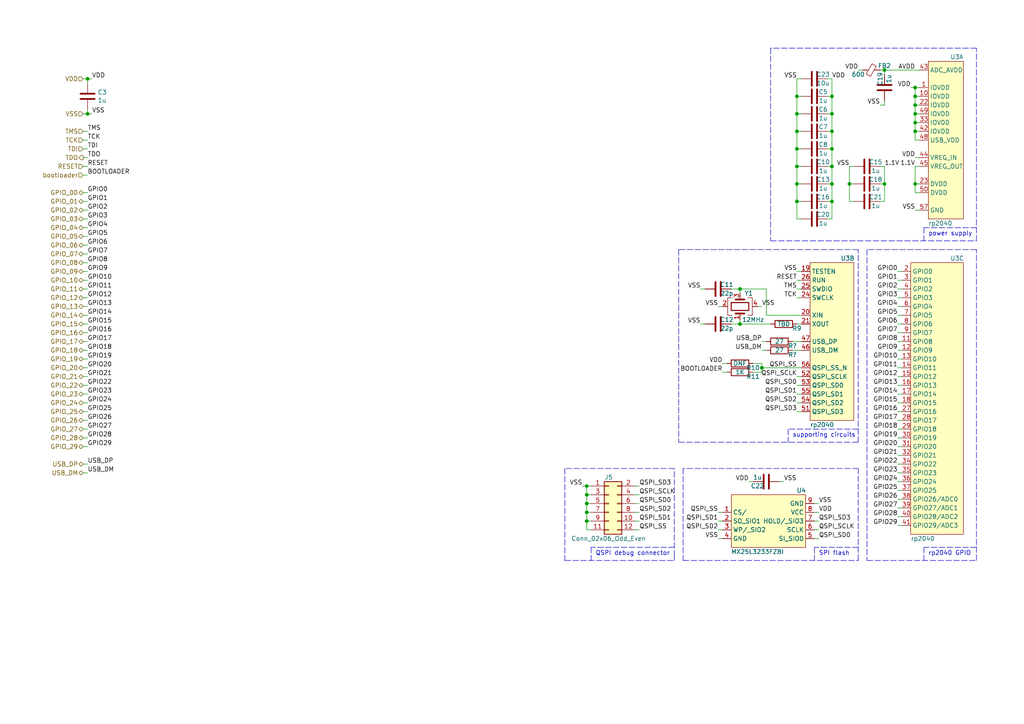
<source format=kicad_sch>
(kicad_sch (version 20211123) (generator eeschema)
  (paper "A4")
  (lib_symbols
    (symbol "Connector_Generic:Conn_02x06_Odd_Even" (pin_names (offset 1.016) hide)
      (property "Reference" "J" (at 1.27 7.62 0))
      (property "Value" "Conn_02x06_Odd_Even" (at 1.27 -10.16 0))
      (symbol "Conn_02x06_Odd_Even_1_1"
        (rectangle (start -1.27 -7.493) (end 0 -7.747) (stroke (width 0.1524)))
        (rectangle (start -1.27 -4.953) (end 0 -5.207) (stroke (width 0.1524)))
        (rectangle (start -1.27 -2.413) (end 0 -2.667) (stroke (width 0.1524)))
        (rectangle (start -1.27 0.127) (end 0 -0.127) (stroke (width 0.1524)))
        (rectangle (start -1.27 2.667) (end 0 2.413) (stroke (width 0.1524)))
        (rectangle (start -1.27 5.207) (end 0 4.953) (stroke (width 0.1524)))
        (rectangle (start -1.27 6.35) (end 3.81 -8.89) (stroke (width 0.254)) (fill (type background)))
        (rectangle (start 3.81 -7.493) (end 2.54 -7.747) (stroke (width 0.1524)))
        (rectangle (start 3.81 -4.953) (end 2.54 -5.207) (stroke (width 0.1524)))
        (rectangle (start 3.81 -2.413) (end 2.54 -2.667) (stroke (width 0.1524)))
        (rectangle (start 3.81 0.127) (end 2.54 -0.127) (stroke (width 0.1524)))
        (rectangle (start 3.81 2.667) (end 2.54 2.413) (stroke (width 0.1524)))
        (rectangle (start 3.81 5.207) (end 2.54 4.953) (stroke (width 0.1524)))
        (pin passive line (at -5.08 5.08 0) (length 3.81) (name "Pin_1") (number "1"))
        (pin passive line (at 7.62 -5.08 180) (length 3.81) (name "Pin_10") (number "10"))
        (pin passive line (at -5.08 -7.62 0) (length 3.81) (name "Pin_11") (number "11"))
        (pin passive line (at 7.62 -7.62 180) (length 3.81) (name "Pin_12") (number "12"))
        (pin passive line (at 7.62 5.08 180) (length 3.81) (name "Pin_2") (number "2"))
        (pin passive line (at -5.08 2.54 0) (length 3.81) (name "Pin_3") (number "3"))
        (pin passive line (at 7.62 2.54 180) (length 3.81) (name "Pin_4") (number "4"))
        (pin passive line (at -5.08 0 0) (length 3.81) (name "Pin_5") (number "5"))
        (pin passive line (at 7.62 0 180) (length 3.81) (name "Pin_6") (number "6"))
        (pin passive line (at -5.08 -2.54 0) (length 3.81) (name "Pin_7") (number "7"))
        (pin passive line (at 7.62 -2.54 180) (length 3.81) (name "Pin_8") (number "8"))
        (pin passive line (at -5.08 -5.08 0) (length 3.81) (name "Pin_9") (number "9"))
      )
    )
    (symbol "Device:C" (pin_numbers hide) (pin_names (offset 0.254))
      (property "Reference" "C" (at 0.635 2.54 0))
      (property "Value" "C" (at 0.635 -2.54 0))
      (symbol "C_0_1"
        (polyline (pts (xy -2.032 -0.762) (xy 2.032 -0.762)) (stroke (width 0.508)))
        (polyline (pts (xy -2.032 0.762) (xy 2.032 0.762)) (stroke (width 0.508)))
      )
      (symbol "C_1_1"
        (pin passive line (at 0 3.81 270) (length 2.794) (name "~") (number "1"))
        (pin passive line (at 0 -3.81 90) (length 2.794) (name "~") (number "2"))
      )
    )
    (symbol "Device:Crystal_GND24" (pin_names (offset 1.016) hide)
      (property "Reference" "Y" (at 3.175 5.08 0))
      (property "Value" "Crystal_GND24" (at 3.175 3.175 0))
      (symbol "Crystal_GND24_0_1"
        (rectangle (start -1.143 2.54) (end 1.143 -2.54) (stroke (width 0.3048)))
        (polyline (pts (xy -2.54 0) (xy -2.032 0)))
        (polyline (pts (xy -2.032 -1.27) (xy -2.032 1.27)) (stroke (width 0.508)))
        (polyline (pts (xy 0 -3.81) (xy 0 -3.556)))
        (polyline (pts (xy 0 3.556) (xy 0 3.81)))
        (polyline (pts (xy 2.032 -1.27) (xy 2.032 1.27)) (stroke (width 0.508)))
        (polyline (pts (xy 2.032 0) (xy 2.54 0)))
        (polyline (pts (xy -2.54 -2.286) (xy -2.54 -3.556) (xy 2.54 -3.556) (xy 2.54 -2.286)))
        (polyline (pts (xy -2.54 2.286) (xy -2.54 3.556) (xy 2.54 3.556) (xy 2.54 2.286)))
      )
      (symbol "Crystal_GND24_1_1"
        (pin passive line (at -3.81 0 0) (length 1.27) (name "1") (number "1"))
        (pin passive line (at 0 5.08 270) (length 1.27) (name "2") (number "2"))
        (pin passive line (at 3.81 0 180) (length 1.27) (name "3") (number "3"))
        (pin passive line (at 0 -5.08 90) (length 1.27) (name "4") (number "4"))
      )
    )
    (symbol "Device:FerriteBead_Small" (pin_numbers hide) (pin_names (offset 0))
      (property "Reference" "FB" (at 1.905 1.27 0))
      (property "Value" "FerriteBead_Small" (at 1.905 -1.27 0))
      (symbol "FerriteBead_Small_0_1"
        (polyline (pts (xy 0 -1.27) (xy 0 -0.7874)))
        (polyline (pts (xy 0 0.889) (xy 0 1.2954)))
        (polyline (pts (xy -1.8288 0.2794) (xy -1.1176 1.4986) (xy 1.8288 -0.2032) (xy 1.1176 -1.4224) (xy -1.8288 0.2794)))
      )
      (symbol "FerriteBead_Small_1_1"
        (pin passive line (at 0 2.54 270) (length 1.27) (name "~") (number "1"))
        (pin passive line (at 0 -2.54 90) (length 1.27) (name "~") (number "2"))
      )
    )
    (symbol "Device:R" (pin_numbers hide) (pin_names (offset 0))
      (property "Reference" "R" (at 2.032 0 90))
      (property "Value" "R" (at 0 0 90))
      (symbol "R_0_1"
        (rectangle (start -1.016 -2.54) (end 1.016 2.54) (stroke (width 0.254)))
      )
      (symbol "R_1_1"
        (pin passive line (at 0 3.81 270) (length 1.27) (name "~") (number "1"))
        (pin passive line (at 0 -3.81 90) (length 1.27) (name "~") (number "2"))
      )
    )
    (symbol "SquantorGenericDigital:25X_9pin_QSPI_flash"
      (property "Reference" "U" (at 0 10.16 0))
      (property "Value" "25X_9pin_QSPI_flash" (at 0 -10.16 0))
      (symbol "25X_9pin_QSPI_flash_0_1"
        (rectangle (start -11.43 8.89) (end 10.16 -6.35) (fill (type background)))
      )
      (symbol "25X_9pin_QSPI_flash_1_1"
        (pin input line (at -13.97 3.81 0) (length 2.54) (name "CS/") (number "1"))
        (pin bidirectional line (at -13.97 1.27 0) (length 2.54) (name "SO_SIO1") (number "2"))
        (pin bidirectional line (at -13.97 -1.27 0) (length 2.54) (name "WP/_SIO2") (number "3"))
        (pin power_in line (at -13.97 -3.81 0) (length 2.54) (name "GND") (number "4"))
        (pin power_in line (at 12.7 -3.81 180) (length 2.54) (name "SI_SIO0") (number "5"))
        (pin input line (at 12.7 -1.27 180) (length 2.54) (name "SCLK") (number "6"))
        (pin bidirectional line (at 12.7 1.27 180) (length 2.54) (name "HOLD/_SIO3") (number "7"))
        (pin power_in line (at 12.7 3.81 180) (length 2.54) (name "VCC") (number "8"))
        (pin power_in line (at 12.7 6.35 180) (length 2.54) (name "GND") (number "9"))
      )
    )
    (symbol "SquantorRaspberryPi:rp2040"
      (property "Reference" "U" (at 0 40.64 0))
      (property "Value" "rp2040" (at 0 -40.64 0))
      (symbol "rp2040_1_1"
        (rectangle (start -5.08 22.86) (end 5.08 -22.86) (fill (type background)))
        (pin power_in line (at -7.62 15.24 0) (length 2.54) (name "IOVDD") (number "1"))
        (pin power_in line (at -7.62 12.7 0) (length 2.54) (name "IOVDD") (number "10"))
        (pin power_in line (at -7.62 10.16 0) (length 2.54) (name "IOVDD") (number "22"))
        (pin power_in line (at -7.62 -12.7 0) (length 2.54) (name "DVDD") (number "23"))
        (pin power_in line (at -7.62 5.08 0) (length 2.54) (name "IOVDD") (number "33"))
        (pin power_in line (at -7.62 2.54 0) (length 2.54) (name "IOVDD") (number "42"))
        (pin power_in line (at -7.62 20.32 0) (length 2.54) (name "ADC_AVDD") (number "43"))
        (pin power_in line (at -7.62 -5.08 0) (length 2.54) (name "VREG_IN") (number "44"))
        (pin power_out line (at -7.62 -7.62 0) (length 2.54) (name "VREG_OUT") (number "45"))
        (pin power_in line (at -7.62 0 0) (length 2.54) (name "USB_VDD") (number "48"))
        (pin power_in line (at -7.62 7.62 0) (length 2.54) (name "IOVDD") (number "49"))
        (pin power_in line (at -7.62 -15.24 0) (length 2.54) (name "DVDD") (number "50"))
        (pin power_in line (at -7.62 -20.32 0) (length 2.54) (name "GND") (number "57"))
      )
      (symbol "rp2040_2_1"
        (rectangle (start -6.35 22.86) (end 6.35 -22.86) (fill (type background)))
        (pin input line (at -8.89 20.32 0) (length 2.54) (name "TESTEN") (number "19"))
        (pin input line (at -8.89 7.62 0) (length 2.54) (name "XIN") (number "20"))
        (pin output line (at -8.89 5.08 0) (length 2.54) (name "XOUT") (number "21"))
        (pin input line (at -8.89 12.7 0) (length 2.54) (name "SWCLK") (number "24"))
        (pin bidirectional line (at -8.89 15.24 0) (length 2.54) (name "SWDIO") (number "25"))
        (pin input line (at -8.89 17.78 0) (length 2.54) (name "RUN") (number "26"))
        (pin bidirectional line (at -8.89 -2.54 0) (length 2.54) (name "USB_DM") (number "46"))
        (pin bidirectional line (at -8.89 0 0) (length 2.54) (name "USB_DP") (number "47"))
        (pin bidirectional line (at -8.89 -20.32 0) (length 2.54) (name "QSPI_SD3") (number "51"))
        (pin output line (at -8.89 -10.16 0) (length 2.54) (name "QSPI_SCLK") (number "52"))
        (pin bidirectional line (at -8.89 -12.7 0) (length 2.54) (name "QSPI_SD0") (number "53"))
        (pin bidirectional line (at -8.89 -17.78 0) (length 2.54) (name "QSPI_SD2") (number "54"))
        (pin bidirectional line (at -8.89 -15.24 0) (length 2.54) (name "QSPI_SD1") (number "55"))
        (pin output line (at -8.89 -7.62 0) (length 2.54) (name "QSPI_SS_N") (number "56"))
      )
      (symbol "rp2040_3_1"
        (rectangle (start -7.62 39.37) (end 7.62 -39.37) (fill (type background)))
        (pin bidirectional line (at -10.16 16.51 0) (length 2.54) (name "GPIO8") (number "11"))
        (pin bidirectional line (at -10.16 13.97 0) (length 2.54) (name "GPIO9") (number "12"))
        (pin bidirectional line (at -10.16 11.43 0) (length 2.54) (name "GPIO10") (number "13"))
        (pin bidirectional line (at -10.16 8.89 0) (length 2.54) (name "GPIO11") (number "14"))
        (pin bidirectional line (at -10.16 6.35 0) (length 2.54) (name "GPIO12") (number "15"))
        (pin bidirectional line (at -10.16 3.81 0) (length 2.54) (name "GPIO13") (number "16"))
        (pin bidirectional line (at -10.16 1.27 0) (length 2.54) (name "GPIO14") (number "17"))
        (pin bidirectional line (at -10.16 -1.27 0) (length 2.54) (name "GPIO15") (number "18"))
        (pin bidirectional line (at -10.16 36.83 0) (length 2.54) (name "GPIO0") (number "2"))
        (pin bidirectional line (at -10.16 -3.81 0) (length 2.54) (name "GPIO16") (number "27"))
        (pin bidirectional line (at -10.16 -6.35 0) (length 2.54) (name "GPIO17") (number "28"))
        (pin bidirectional line (at -10.16 -8.89 0) (length 2.54) (name "GPIO18") (number "29"))
        (pin bidirectional line (at -10.16 34.29 0) (length 2.54) (name "GPIO1") (number "3"))
        (pin bidirectional line (at -10.16 -11.43 0) (length 2.54) (name "GPIO19") (number "30"))
        (pin bidirectional line (at -10.16 -13.97 0) (length 2.54) (name "GPIO20") (number "31"))
        (pin bidirectional line (at -10.16 -16.51 0) (length 2.54) (name "GPIO21") (number "32"))
        (pin bidirectional line (at -10.16 -19.05 0) (length 2.54) (name "GPIO22") (number "34"))
        (pin bidirectional line (at -10.16 -21.59 0) (length 2.54) (name "GPIO23") (number "35"))
        (pin bidirectional line (at -10.16 -24.13 0) (length 2.54) (name "GPIO24") (number "36"))
        (pin bidirectional line (at -10.16 -26.67 0) (length 2.54) (name "GPIO25") (number "37"))
        (pin bidirectional line (at -10.16 -29.21 0) (length 2.54) (name "GPIO26/ADC0") (number "38"))
        (pin bidirectional line (at -10.16 -31.75 0) (length 2.54) (name "GPIO27/ADC1") (number "39"))
        (pin bidirectional line (at -10.16 31.75 0) (length 2.54) (name "GPIO2") (number "4"))
        (pin bidirectional line (at -10.16 -34.29 0) (length 2.54) (name "GPIO28/ADC2") (number "40"))
        (pin bidirectional line (at -10.16 -36.83 0) (length 2.54) (name "GPIO29/ADC3") (number "41"))
        (pin bidirectional line (at -10.16 29.21 0) (length 2.54) (name "GPIO3") (number "5"))
        (pin bidirectional line (at -10.16 26.67 0) (length 2.54) (name "GPIO4") (number "6"))
        (pin bidirectional line (at -10.16 24.13 0) (length 2.54) (name "GPIO5") (number "7"))
        (pin bidirectional line (at -10.16 21.59 0) (length 2.54) (name "GPIO6") (number "8"))
        (pin bidirectional line (at -10.16 19.05 0) (length 2.54) (name "GPIO7") (number "9"))
      )
    )
  )
  (junction (at 256.54 53.34))
  (junction (at 231.14 58.42))
  (junction (at 214.63 83.82))
  (junction (at 25.4 33.02))
  (junction (at 241.3 38.1))
  (junction (at 265.43 30.48))
  (junction (at 265.43 25.4))
  (junction (at 246.38 53.34))
  (junction (at 241.3 53.34))
  (junction (at 231.14 27.94))
  (junction (at 214.63 93.98))
  (junction (at 231.14 33.02))
  (junction (at 231.14 53.34))
  (junction (at 170.18 140.97))
  (junction (at 170.18 151.13))
  (junction (at 256.54 20.32))
  (junction (at 25.4 22.86))
  (junction (at 265.43 38.1))
  (junction (at 241.3 43.18))
  (junction (at 265.43 33.02))
  (junction (at 265.43 53.34))
  (junction (at 241.3 48.26))
  (junction (at 170.18 148.59))
  (junction (at 241.3 33.02))
  (junction (at 220.98 106.68))
  (junction (at 241.3 27.94))
  (junction (at 170.18 146.05))
  (junction (at 231.14 48.26))
  (junction (at 241.3 58.42))
  (junction (at 231.14 43.18))
  (junction (at 170.18 143.51))
  (junction (at 265.43 35.56))
  (junction (at 265.43 27.94))
  (junction (at 231.14 38.1))
  (wire (pts (xy 208.28 156.21) (xy 209.55 156.21)))
  (wire (pts (xy 260.35 83.82) (xy 261.62 83.82)))
  (wire (pts (xy 170.18 140.97) (xy 171.45 140.97)))
  (wire (pts (xy 260.35 106.68) (xy 261.62 106.68)))
  (wire (pts (xy 170.18 143.51) (xy 170.18 146.05)))
  (wire (pts (xy 231.14 93.98) (xy 232.41 93.98)))
  (wire (pts (xy 241.3 63.5) (xy 240.03 63.5)))
  (wire (pts (xy 24.13 111.76) (xy 25.4 111.76)))
  (polyline (pts (xy 195.58 161.29) (xy 195.58 162.56)))
  (wire (pts (xy 229.87 101.6) (xy 232.41 101.6)))
  (wire (pts (xy 260.35 147.32) (xy 261.62 147.32)))
  (wire (pts (xy 241.3 38.1) (xy 240.03 38.1)))
  (polyline (pts (xy 283.21 72.39) (xy 251.46 72.39)))
  (wire (pts (xy 248.92 20.32) (xy 250.19 20.32)))
  (wire (pts (xy 26.67 22.86) (xy 25.4 22.86)))
  (polyline (pts (xy 251.46 72.39) (xy 251.46 162.56)))
  (wire (pts (xy 236.22 156.21) (xy 237.49 156.21)))
  (wire (pts (xy 24.13 106.68) (xy 25.4 106.68)))
  (wire (pts (xy 260.35 78.74) (xy 261.62 78.74)))
  (wire (pts (xy 24.13 73.66) (xy 25.4 73.66)))
  (wire (pts (xy 24.13 134.62) (xy 25.4 134.62)))
  (wire (pts (xy 25.4 22.86) (xy 25.4 24.13)))
  (wire (pts (xy 232.41 53.34) (xy 231.14 53.34)))
  (polyline (pts (xy 236.22 158.75) (xy 236.22 162.56)))
  (wire (pts (xy 229.87 99.06) (xy 232.41 99.06)))
  (wire (pts (xy 24.13 50.8) (xy 25.4 50.8)))
  (wire (pts (xy 217.17 139.7) (xy 218.44 139.7)))
  (wire (pts (xy 184.15 153.67) (xy 185.42 153.67)))
  (wire (pts (xy 232.41 33.02) (xy 231.14 33.02)))
  (wire (pts (xy 260.35 104.14) (xy 261.62 104.14)))
  (polyline (pts (xy 267.97 66.04) (xy 267.97 69.85)))
  (wire (pts (xy 232.41 43.18) (xy 231.14 43.18)))
  (wire (pts (xy 168.91 140.97) (xy 170.18 140.97)))
  (wire (pts (xy 260.35 91.44) (xy 261.62 91.44)))
  (wire (pts (xy 265.43 55.88) (xy 266.7 55.88)))
  (wire (pts (xy 265.43 38.1) (xy 265.43 40.64)))
  (wire (pts (xy 232.41 38.1) (xy 231.14 38.1)))
  (polyline (pts (xy 283.21 66.04) (xy 267.97 66.04)))
  (wire (pts (xy 265.43 33.02) (xy 266.7 33.02)))
  (wire (pts (xy 256.54 20.32) (xy 256.54 21.59)))
  (wire (pts (xy 256.54 48.26) (xy 255.27 48.26)))
  (wire (pts (xy 222.25 83.82) (xy 214.63 83.82)))
  (polyline (pts (xy 267.97 158.75) (xy 267.97 162.56)))
  (wire (pts (xy 209.55 105.41) (xy 210.82 105.41)))
  (wire (pts (xy 246.38 48.26) (xy 246.38 53.34)))
  (wire (pts (xy 265.43 53.34) (xy 265.43 55.88)))
  (wire (pts (xy 170.18 143.51) (xy 171.45 143.51)))
  (wire (pts (xy 231.14 78.74) (xy 232.41 78.74)))
  (wire (pts (xy 184.15 151.13) (xy 185.42 151.13)))
  (wire (pts (xy 24.13 43.18) (xy 25.4 43.18)))
  (polyline (pts (xy 251.46 162.56) (xy 283.21 162.56)))
  (wire (pts (xy 231.14 27.94) (xy 231.14 33.02)))
  (polyline (pts (xy 248.92 162.56) (xy 248.92 135.89)))
  (wire (pts (xy 214.63 93.98) (xy 223.52 93.98)))
  (wire (pts (xy 265.43 48.26) (xy 265.43 53.34)))
  (wire (pts (xy 231.14 33.02) (xy 231.14 38.1)))
  (polyline (pts (xy 198.12 162.56) (xy 248.92 162.56)))
  (polyline (pts (xy 163.83 162.56) (xy 195.58 162.56)))
  (wire (pts (xy 209.55 107.95) (xy 210.82 107.95)))
  (wire (pts (xy 203.2 93.98) (xy 204.47 93.98)))
  (wire (pts (xy 208.28 88.9) (xy 209.55 88.9)))
  (wire (pts (xy 220.98 106.68) (xy 232.41 106.68)))
  (wire (pts (xy 218.44 105.41) (xy 220.98 105.41)))
  (wire (pts (xy 260.35 96.52) (xy 261.62 96.52)))
  (wire (pts (xy 231.14 63.5) (xy 232.41 63.5)))
  (polyline (pts (xy 195.58 161.29) (xy 195.58 135.89)))
  (wire (pts (xy 265.43 25.4) (xy 266.7 25.4)))
  (wire (pts (xy 260.35 124.46) (xy 261.62 124.46)))
  (wire (pts (xy 260.35 139.7) (xy 261.62 139.7)))
  (wire (pts (xy 184.15 140.97) (xy 185.42 140.97)))
  (wire (pts (xy 260.35 129.54) (xy 261.62 129.54)))
  (wire (pts (xy 214.63 83.82) (xy 214.63 85.09)))
  (wire (pts (xy 241.3 38.1) (xy 241.3 43.18)))
  (wire (pts (xy 24.13 55.88) (xy 25.4 55.88)))
  (wire (pts (xy 231.14 43.18) (xy 231.14 48.26)))
  (wire (pts (xy 266.7 40.64) (xy 265.43 40.64)))
  (polyline (pts (xy 223.52 13.97) (xy 223.52 69.85)))
  (wire (pts (xy 236.22 148.59) (xy 237.49 148.59)))
  (wire (pts (xy 265.43 30.48) (xy 266.7 30.48)))
  (wire (pts (xy 25.4 33.02) (xy 25.4 31.75)))
  (wire (pts (xy 24.13 83.82) (xy 25.4 83.82)))
  (wire (pts (xy 24.13 71.12) (xy 25.4 71.12)))
  (wire (pts (xy 265.43 45.72) (xy 266.7 45.72)))
  (wire (pts (xy 265.43 27.94) (xy 265.43 30.48)))
  (wire (pts (xy 256.54 30.48) (xy 255.27 30.48)))
  (wire (pts (xy 265.43 60.96) (xy 266.7 60.96)))
  (polyline (pts (xy 283.21 162.56) (xy 283.21 72.39)))
  (wire (pts (xy 260.35 109.22) (xy 261.62 109.22)))
  (wire (pts (xy 264.16 25.4) (xy 265.43 25.4)))
  (wire (pts (xy 170.18 146.05) (xy 171.45 146.05)))
  (wire (pts (xy 231.14 119.38) (xy 232.41 119.38)))
  (wire (pts (xy 231.14 83.82) (xy 232.41 83.82)))
  (wire (pts (xy 24.13 93.98) (xy 25.4 93.98)))
  (wire (pts (xy 241.3 53.34) (xy 241.3 58.42)))
  (wire (pts (xy 24.13 121.92) (xy 25.4 121.92)))
  (wire (pts (xy 236.22 151.13) (xy 237.49 151.13)))
  (wire (pts (xy 260.35 116.84) (xy 261.62 116.84)))
  (wire (pts (xy 24.13 86.36) (xy 25.4 86.36)))
  (wire (pts (xy 214.63 92.71) (xy 214.63 93.98)))
  (wire (pts (xy 265.43 48.26) (xy 266.7 48.26)))
  (wire (pts (xy 24.13 127) (xy 25.4 127)))
  (wire (pts (xy 232.41 91.44) (xy 222.25 91.44)))
  (wire (pts (xy 241.3 48.26) (xy 240.03 48.26)))
  (polyline (pts (xy 195.58 135.89) (xy 163.83 135.89)))
  (wire (pts (xy 25.4 40.64) (xy 24.13 40.64)))
  (wire (pts (xy 218.44 107.95) (xy 220.98 107.95)))
  (wire (pts (xy 265.43 53.34) (xy 266.7 53.34)))
  (wire (pts (xy 265.43 35.56) (xy 265.43 38.1)))
  (polyline (pts (xy 283.21 13.97) (xy 223.52 13.97)))
  (wire (pts (xy 265.43 33.02) (xy 265.43 35.56)))
  (wire (pts (xy 231.14 58.42) (xy 231.14 63.5)))
  (polyline (pts (xy 248.92 124.46) (xy 228.6 124.46)))
  (wire (pts (xy 260.35 149.86) (xy 261.62 149.86)))
  (wire (pts (xy 231.14 58.42) (xy 232.41 58.42)))
  (wire (pts (xy 260.35 99.06) (xy 261.62 99.06)))
  (wire (pts (xy 256.54 53.34) (xy 256.54 58.42)))
  (wire (pts (xy 208.28 151.13) (xy 209.55 151.13)))
  (wire (pts (xy 260.35 111.76) (xy 261.62 111.76)))
  (wire (pts (xy 24.13 38.1) (xy 25.4 38.1)))
  (wire (pts (xy 231.14 109.22) (xy 232.41 109.22)))
  (wire (pts (xy 265.43 38.1) (xy 266.7 38.1)))
  (wire (pts (xy 231.14 114.3) (xy 232.41 114.3)))
  (wire (pts (xy 260.35 114.3) (xy 261.62 114.3)))
  (wire (pts (xy 232.41 27.94) (xy 231.14 27.94)))
  (wire (pts (xy 24.13 22.86) (xy 25.4 22.86)))
  (wire (pts (xy 24.13 119.38) (xy 25.4 119.38)))
  (polyline (pts (xy 195.58 158.75) (xy 171.45 158.75)))
  (wire (pts (xy 214.63 83.82) (xy 212.09 83.82)))
  (wire (pts (xy 260.35 101.6) (xy 261.62 101.6)))
  (wire (pts (xy 241.3 43.18) (xy 241.3 48.26)))
  (polyline (pts (xy 283.21 69.85) (xy 283.21 13.97)))
  (wire (pts (xy 241.3 43.18) (xy 240.03 43.18)))
  (wire (pts (xy 170.18 146.05) (xy 170.18 148.59)))
  (wire (pts (xy 24.13 137.16) (xy 25.4 137.16)))
  (wire (pts (xy 24.13 68.58) (xy 25.4 68.58)))
  (wire (pts (xy 231.14 38.1) (xy 231.14 43.18)))
  (wire (pts (xy 231.14 81.28) (xy 232.41 81.28)))
  (wire (pts (xy 241.3 53.34) (xy 240.03 53.34)))
  (polyline (pts (xy 248.92 72.39) (xy 196.85 72.39)))
  (wire (pts (xy 241.3 58.42) (xy 240.03 58.42)))
  (wire (pts (xy 24.13 76.2) (xy 25.4 76.2)))
  (wire (pts (xy 208.28 153.67) (xy 209.55 153.67)))
  (wire (pts (xy 256.54 29.21) (xy 256.54 30.48)))
  (wire (pts (xy 256.54 20.32) (xy 266.7 20.32)))
  (wire (pts (xy 241.3 22.86) (xy 240.03 22.86)))
  (wire (pts (xy 260.35 137.16) (xy 261.62 137.16)))
  (wire (pts (xy 232.41 48.26) (xy 231.14 48.26)))
  (wire (pts (xy 246.38 53.34) (xy 246.38 58.42)))
  (wire (pts (xy 170.18 151.13) (xy 170.18 153.67)))
  (wire (pts (xy 260.35 152.4) (xy 261.62 152.4)))
  (wire (pts (xy 241.3 22.86) (xy 241.3 27.94)))
  (wire (pts (xy 260.35 119.38) (xy 261.62 119.38)))
  (wire (pts (xy 260.35 127) (xy 261.62 127)))
  (wire (pts (xy 255.27 20.32) (xy 256.54 20.32)))
  (wire (pts (xy 265.43 30.48) (xy 265.43 33.02)))
  (wire (pts (xy 241.3 33.02) (xy 240.03 33.02)))
  (wire (pts (xy 246.38 58.42) (xy 247.65 58.42)))
  (wire (pts (xy 231.14 116.84) (xy 232.41 116.84)))
  (wire (pts (xy 203.2 83.82) (xy 204.47 83.82)))
  (wire (pts (xy 241.3 27.94) (xy 241.3 33.02)))
  (wire (pts (xy 170.18 140.97) (xy 170.18 143.51)))
  (wire (pts (xy 24.13 124.46) (xy 25.4 124.46)))
  (wire (pts (xy 24.13 33.02) (xy 25.4 33.02)))
  (wire (pts (xy 231.14 48.26) (xy 231.14 53.34)))
  (polyline (pts (xy 196.85 72.39) (xy 196.85 128.27)))
  (wire (pts (xy 231.14 22.86) (xy 231.14 27.94)))
  (wire (pts (xy 260.35 144.78) (xy 261.62 144.78)))
  (wire (pts (xy 241.3 33.02) (xy 241.3 38.1)))
  (wire (pts (xy 170.18 148.59) (xy 170.18 151.13)))
  (wire (pts (xy 260.35 132.08) (xy 261.62 132.08)))
  (wire (pts (xy 260.35 88.9) (xy 261.62 88.9)))
  (wire (pts (xy 260.35 86.36) (xy 261.62 86.36)))
  (wire (pts (xy 208.28 148.59) (xy 209.55 148.59)))
  (polyline (pts (xy 171.45 158.75) (xy 171.45 162.56)))
  (wire (pts (xy 24.13 58.42) (xy 25.4 58.42)))
  (wire (pts (xy 170.18 148.59) (xy 171.45 148.59)))
  (wire (pts (xy 247.65 53.34) (xy 246.38 53.34)))
  (polyline (pts (xy 163.83 135.89) (xy 163.83 162.56)))
  (wire (pts (xy 24.13 109.22) (xy 25.4 109.22)))
  (wire (pts (xy 25.4 45.72) (xy 24.13 45.72)))
  (wire (pts (xy 220.98 106.68) (xy 220.98 107.95)))
  (wire (pts (xy 260.35 81.28) (xy 261.62 81.28)))
  (wire (pts (xy 24.13 96.52) (xy 25.4 96.52)))
  (wire (pts (xy 24.13 99.06) (xy 25.4 99.06)))
  (wire (pts (xy 260.35 121.92) (xy 261.62 121.92)))
  (wire (pts (xy 24.13 60.96) (xy 25.4 60.96)))
  (wire (pts (xy 24.13 116.84) (xy 25.4 116.84)))
  (wire (pts (xy 184.15 143.51) (xy 185.42 143.51)))
  (wire (pts (xy 24.13 88.9) (xy 25.4 88.9)))
  (polyline (pts (xy 248.92 135.89) (xy 198.12 135.89)))
  (wire (pts (xy 24.13 104.14) (xy 25.4 104.14)))
  (wire (pts (xy 260.35 93.98) (xy 261.62 93.98)))
  (wire (pts (xy 24.13 129.54) (xy 25.4 129.54)))
  (polyline (pts (xy 248.92 128.27) (xy 248.92 72.39)))
  (wire (pts (xy 231.14 53.34) (xy 231.14 58.42)))
  (wire (pts (xy 220.98 101.6) (xy 222.25 101.6)))
  (wire (pts (xy 265.43 27.94) (xy 266.7 27.94)))
  (wire (pts (xy 219.71 88.9) (xy 220.98 88.9)))
  (wire (pts (xy 24.13 66.04) (xy 25.4 66.04)))
  (wire (pts (xy 222.25 91.44) (xy 222.25 83.82)))
  (polyline (pts (xy 283.21 158.75) (xy 267.97 158.75)))
  (wire (pts (xy 256.54 53.34) (xy 255.27 53.34)))
  (wire (pts (xy 24.13 63.5) (xy 25.4 63.5)))
  (wire (pts (xy 184.15 146.05) (xy 185.42 146.05)))
  (wire (pts (xy 220.98 105.41) (xy 220.98 106.68)))
  (wire (pts (xy 26.67 33.02) (xy 25.4 33.02)))
  (wire (pts (xy 220.98 99.06) (xy 222.25 99.06)))
  (wire (pts (xy 232.41 22.86) (xy 231.14 22.86)))
  (polyline (pts (xy 248.92 158.75) (xy 236.22 158.75)))
  (wire (pts (xy 265.43 35.56) (xy 266.7 35.56)))
  (wire (pts (xy 265.43 25.4) (xy 265.43 27.94)))
  (wire (pts (xy 256.54 48.26) (xy 256.54 53.34)))
  (wire (pts (xy 24.13 101.6) (xy 25.4 101.6)))
  (wire (pts (xy 184.15 148.59) (xy 185.42 148.59)))
  (polyline (pts (xy 198.12 135.89) (xy 198.12 162.56)))
  (wire (pts (xy 236.22 146.05) (xy 237.49 146.05)))
  (wire (pts (xy 247.65 48.26) (xy 246.38 48.26)))
  (wire (pts (xy 236.22 153.67) (xy 237.49 153.67)))
  (wire (pts (xy 241.3 48.26) (xy 241.3 53.34)))
  (wire (pts (xy 24.13 91.44) (xy 25.4 91.44)))
  (wire (pts (xy 226.06 139.7) (xy 227.33 139.7)))
  (wire (pts (xy 170.18 151.13) (xy 171.45 151.13)))
  (wire (pts (xy 260.35 142.24) (xy 261.62 142.24)))
  (wire (pts (xy 231.14 86.36) (xy 232.41 86.36)))
  (wire (pts (xy 260.35 134.62) (xy 261.62 134.62)))
  (polyline (pts (xy 196.85 128.27) (xy 248.92 128.27)))
  (wire (pts (xy 24.13 78.74) (xy 25.4 78.74)))
  (wire (pts (xy 256.54 58.42) (xy 255.27 58.42)))
  (wire (pts (xy 24.13 48.26) (xy 25.4 48.26)))
  (wire (pts (xy 212.09 93.98) (xy 214.63 93.98)))
  (wire (pts (xy 231.14 111.76) (xy 232.41 111.76)))
  (wire (pts (xy 241.3 27.94) (xy 240.03 27.94)))
  (wire (pts (xy 24.13 114.3) (xy 25.4 114.3)))
  (polyline (pts (xy 223.52 69.85) (xy 283.21 69.85)))
  (polyline (pts (xy 228.6 124.46) (xy 228.6 128.27)))
  (wire (pts (xy 241.3 58.42) (xy 241.3 63.5)))
  (wire (pts (xy 170.18 153.67) (xy 171.45 153.67)))
  (wire (pts (xy 24.13 81.28) (xy 25.4 81.28)))
  (text "supporting circuits" (at 229.87 127 0) (effects (font (size 1.27 1.27)) (justify left bottom)))
  (text "power supply" (at 269.24 68.58 0) (effects (font (size 1.27 1.27)) (justify left bottom)))
  (text "QSPI debug connector" (at 172.72 161.29 0) (effects (font (size 1.27 1.27)) (justify left bottom)))
  (text "rp2040 GPIO" (at 269.24 161.29 0) (effects (font (size 1.27 1.27)) (justify left bottom)))
  (text "SPI flash" (at 237.49 161.29 0) (effects (font (size 1.27 1.27)) (justify left bottom)))
  (label "GPIO16" (at 260.35 119.38 180))
  (label "VDD" (at 237.49 148.59 0))
  (label "QSPI_SD3" (at 185.42 140.97 0))
  (label "GPIO8" (at 25.4 76.2 0))
  (label "VSS" (at 208.28 156.21 180))
  (label "VSS" (at 246.38 48.26 180))
  (label "GPIO13" (at 25.4 88.9 0))
  (label "RESET" (at 231.14 81.28 180))
  (label "GPIO3" (at 260.35 86.36 180))
  (label "GPIO8" (at 260.35 99.06 180))
  (label "GPIO22" (at 25.4 111.76 0))
  (label "QSPI_SD3" (at 231.14 119.38 180))
  (label "QSPI_SD2" (at 208.28 153.67 180))
  (label "GPIO27" (at 25.4 124.46 0))
  (label "TCK" (at 25.4 40.64 0))
  (label "QSPI_SD1" (at 185.42 151.13 0))
  (label "GPIO22" (at 260.35 134.62 180))
  (label "TDI" (at 25.4 43.18 0))
  (label "GPIO14" (at 25.4 91.44 0))
  (label "RESET" (at 25.4 48.26 0))
  (label "GPIO24" (at 25.4 116.84 0))
  (label "GPIO5" (at 260.35 91.44 180))
  (label "QSPI_SD2" (at 185.42 148.59 0))
  (label "1.1V" (at 265.43 48.26 180))
  (label "GPIO1" (at 25.4 58.42 0))
  (label "GPIO28" (at 25.4 127 0))
  (label "GPIO12" (at 260.35 109.22 180))
  (label "GPIO21" (at 260.35 132.08 180))
  (label "VDD" (at 265.43 45.72 180))
  (label "TCK" (at 231.14 86.36 180))
  (label "GPIO19" (at 260.35 127 180))
  (label "USB_DM" (at 25.4 137.16 0))
  (label "GPIO6" (at 25.4 71.12 0))
  (label "VSS" (at 255.27 30.48 180))
  (label "VDD" (at 217.17 139.7 180))
  (label "GPIO28" (at 260.35 149.86 180))
  (label "VSS" (at 231.14 78.74 180))
  (label "GPIO9" (at 260.35 101.6 180))
  (label "GPIO10" (at 260.35 104.14 180))
  (label "GPIO10" (at 25.4 81.28 0))
  (label "GPIO11" (at 260.35 106.68 180))
  (label "GPIO26" (at 260.35 144.78 180))
  (label "GPIO2" (at 25.4 60.96 0))
  (label "GPIO27" (at 260.35 147.32 180))
  (label "VSS" (at 237.49 146.05 0))
  (label "QSPI_SD0" (at 185.42 146.05 0))
  (label "GPIO7" (at 25.4 73.66 0))
  (label "AVDD" (at 265.43 20.32 180))
  (label "QSPI_SD0" (at 237.49 156.21 0))
  (label "GPIO0" (at 260.35 78.74 180))
  (label "GPIO15" (at 260.35 116.84 180))
  (label "QSPI_SCLK" (at 237.49 153.67 0))
  (label "GPIO20" (at 260.35 129.54 180))
  (label "VDD" (at 248.92 20.32 180))
  (label "VSS" (at 265.43 60.96 180))
  (label "GPIO7" (at 260.35 96.52 180))
  (label "VSS" (at 227.33 139.7 0))
  (label "GPIO17" (at 25.4 99.06 0))
  (label "VSS" (at 208.28 88.9 180))
  (label "GPIO29" (at 260.35 152.4 180))
  (label "GPIO19" (at 25.4 104.14 0))
  (label "GPIO1" (at 260.35 81.28 180))
  (label "VSS" (at 231.14 22.86 180))
  (label "QSPI_SD1" (at 208.28 151.13 180))
  (label "QSPI_SD2" (at 231.14 116.84 180))
  (label "QSPI_SD0" (at 231.14 111.76 180))
  (label "GPIO12" (at 25.4 86.36 0))
  (label "GPIO25" (at 260.35 142.24 180))
  (label "VSS" (at 168.91 140.97 180))
  (label "TDO" (at 25.4 45.72 0))
  (label "QSPI_SS" (at 231.14 106.68 180))
  (label "QSPI_SD3" (at 237.49 151.13 0))
  (label "GPIO17" (at 260.35 121.92 180))
  (label "GPIO9" (at 25.4 78.74 0))
  (label "USB_DM" (at 220.98 101.6 180))
  (label "GPIO3" (at 25.4 63.5 0))
  (label "GPIO23" (at 25.4 114.3 0))
  (label "GPIO4" (at 260.35 88.9 180))
  (label "VSS" (at 220.98 88.9 0))
  (label "VDD" (at 26.67 22.86 0))
  (label "VDD" (at 264.16 25.4 180))
  (label "QSPI_SD1" (at 231.14 114.3 180))
  (label "QSPI_SCLK" (at 231.14 109.22 180))
  (label "GPIO18" (at 25.4 101.6 0))
  (label "QSPI_SS" (at 208.28 148.59 180))
  (label "GPIO18" (at 260.35 124.46 180))
  (label "GPIO13" (at 260.35 111.76 180))
  (label "GPIO21" (at 25.4 109.22 0))
  (label "GPIO26" (at 25.4 121.92 0))
  (label "GPIO24" (at 260.35 139.7 180))
  (label "TMS" (at 25.4 38.1 0))
  (label "GPIO16" (at 25.4 96.52 0))
  (label "GPIO20" (at 25.4 106.68 0))
  (label "GPIO6" (at 260.35 93.98 180))
  (label "VSS" (at 203.2 93.98 180))
  (label "GPIO15" (at 25.4 93.98 0))
  (label "GPIO4" (at 25.4 66.04 0))
  (label "TMS" (at 231.14 83.82 180))
  (label "VSS" (at 26.67 33.02 0))
  (label "GPIO23" (at 260.35 137.16 180))
  (label "BOOTLOADER" (at 209.55 107.95 180))
  (label "USB_DP" (at 220.98 99.06 180))
  (label "GPIO29" (at 25.4 129.54 0))
  (label "BOOTLOADER" (at 25.4 50.8 0))
  (label "QSPI_SS" (at 185.42 153.67 0))
  (label "QSPI_SCLK" (at 185.42 143.51 0))
  (label "GPIO11" (at 25.4 83.82 0))
  (label "GPIO0" (at 25.4 55.88 0))
  (label "GPIO25" (at 25.4 119.38 0))
  (label "1.1V" (at 256.54 48.26 0))
  (label "VDD" (at 209.55 105.41 180))
  (label "GPIO2" (at 260.35 83.82 180))
  (label "USB_DP" (at 25.4 134.62 0))
  (label "VSS" (at 203.2 83.82 180))
  (label "GPIO5" (at 25.4 68.58 0))
  (label "GPIO14" (at 260.35 114.3 180))
  (label "VDD" (at 241.3 22.86 0))
  (hierarchical_label "VDD" (shape input) (at 24.13 22.86 180))
  (hierarchical_label "GPIO_26" (shape bidirectional) (at 24.13 121.92 180))
  (hierarchical_label "GPIO_00" (shape bidirectional) (at 24.13 55.88 180))
  (hierarchical_label "GPIO_06" (shape bidirectional) (at 24.13 71.12 180))
  (hierarchical_label "GPIO_23" (shape bidirectional) (at 24.13 114.3 180))
  (hierarchical_label "GPIO_01" (shape bidirectional) (at 24.13 58.42 180))
  (hierarchical_label "GPIO_28" (shape bidirectional) (at 24.13 127 180))
  (hierarchical_label "GPIO_29" (shape bidirectional) (at 24.13 129.54 180))
  (hierarchical_label "USB_DM" (shape bidirectional) (at 24.13 137.16 180))
  (hierarchical_label "VSS" (shape input) (at 24.13 33.02 180))
  (hierarchical_label "GPIO_10" (shape bidirectional) (at 24.13 81.28 180))
  (hierarchical_label "TDI" (shape input) (at 24.13 43.18 180))
  (hierarchical_label "GPIO_18" (shape bidirectional) (at 24.13 101.6 180))
  (hierarchical_label "TDO" (shape output) (at 24.13 45.72 180))
  (hierarchical_label "USB_DP" (shape bidirectional) (at 24.13 134.62 180))
  (hierarchical_label "TMS" (shape input) (at 24.13 38.1 180))
  (hierarchical_label "GPIO_11" (shape bidirectional) (at 24.13 83.82 180))
  (hierarchical_label "GPIO_21" (shape bidirectional) (at 24.13 109.22 180))
  (hierarchical_label "GPIO_09" (shape bidirectional) (at 24.13 78.74 180))
  (hierarchical_label "RESET" (shape input) (at 24.13 48.26 180))
  (hierarchical_label "GPIO_13" (shape bidirectional) (at 24.13 88.9 180))
  (hierarchical_label "GPIO_17" (shape bidirectional) (at 24.13 99.06 180))
  (hierarchical_label "GPIO_19" (shape bidirectional) (at 24.13 104.14 180))
  (hierarchical_label "GPIO_24" (shape bidirectional) (at 24.13 116.84 180))
  (hierarchical_label "GPIO_27" (shape bidirectional) (at 24.13 124.46 180))
  (hierarchical_label "GPIO_08" (shape bidirectional) (at 24.13 76.2 180))
  (hierarchical_label "GPIO_05" (shape bidirectional) (at 24.13 68.58 180))
  (hierarchical_label "GPIO_20" (shape bidirectional) (at 24.13 106.68 180))
  (hierarchical_label "GPIO_14" (shape bidirectional) (at 24.13 91.44 180))
  (hierarchical_label "GPIO_25" (shape bidirectional) (at 24.13 119.38 180))
  (hierarchical_label "GPIO_02" (shape bidirectional) (at 24.13 60.96 180))
  (hierarchical_label "GPIO_15" (shape bidirectional) (at 24.13 93.98 180))
  (hierarchical_label "GPIO_04" (shape bidirectional) (at 24.13 66.04 180))
  (hierarchical_label "GPIO_03" (shape bidirectional) (at 24.13 63.5 180))
  (hierarchical_label "GPIO_07" (shape bidirectional) (at 24.13 73.66 180))
  (hierarchical_label "GPIO_16" (shape bidirectional) (at 24.13 96.52 180))
  (hierarchical_label "GPIO_12" (shape bidirectional) (at 24.13 86.36 180))
  (hierarchical_label "bootloader" (shape input) (at 24.13 50.8 180))
  (hierarchical_label "GPIO_22" (shape bidirectional) (at 24.13 111.76 180))
  (hierarchical_label "TCK" (shape input) (at 24.13 40.64 180))
  (symbol (lib_id "Device:C") (at 25.4 27.94 0) (unit 1)
    (property "Reference" "C3" (at 28.321 26.7716 0) (effects (justify left)))
    (property "Value" "1u" (at 28.321 29.083 0) (effects (justify left)))
    (property "Footprint" "SquantorRcl:C_0402" (effects hide))
  )
  (symbol (lib_id "SquantorRaspberryPi:rp2040") (at 241.3 99.06 0) (unit 2)
    (property "Reference" "U3" (at 243.84 74.93 0) (effects (justify left)))
    (property "Value" "rp2040" (at 234.95 123.19 0) (effects (justify left)))
    (property "Footprint" "SquantorIC:QFN56_7by7mm_RaspberryPi" (effects hide))
  )
  (symbol (lib_id "Device:C") (at 222.25 139.7 270) (unit 1)
    (property "Reference" "C22" (at 219.71 140.97 90))
    (property "Value" "1u" (at 219.71 138.43 90))
    (property "Footprint" "SquantorRcl:C_0402" (effects hide))
  )
  (symbol (lib_id "Device:C") (at 251.46 58.42 90) (unit 1)
    (property "Reference" "C21" (at 254 57.15 90))
    (property "Value" "1u" (at 254 59.69 90))
    (property "Footprint" "SquantorRcl:C_0402" (effects hide))
  )
  (symbol (lib_id "Device:R") (at 214.63 105.41 90) (unit 1)
    (property "Reference" "R10" (at 218.44 106.68 90))
    (property "Value" "DNF" (at 214.63 105.41 90))
    (property "Footprint" "SquantorRcl:R_0402_hand" (effects hide))
  )
  (symbol (lib_id "Device:R") (at 226.06 101.6 90) (unit 1)
    (property "Reference" "R?" (at 229.87 102.87 90))
    (property "Value" "27" (at 226.06 101.6 90))
    (property "Footprint" "SquantorRcl:R_0402_hand" (effects hide))
  )
  (symbol (lib_id "SquantorGenericDigital:25X_9pin_QSPI_flash") (at 223.52 152.4 0) (unit 1)
    (property "Reference" "U4" (at 232.41 142.24 0))
    (property "Value" "MX25L3233FZBI" (at 219.71 160.02 0))
    (property "Footprint" "SquantorIC:USON-8-4x3-Macronix" (effects hide))
  )
  (symbol (lib_id "Device:R") (at 227.33 93.98 90) (unit 1)
    (property "Reference" "R9" (at 231.14 95.25 90))
    (property "Value" "TBD" (at 227.33 93.98 90))
    (property "Footprint" "SquantorRcl:R_0402_hand" (effects hide))
  )
  (symbol (lib_id "Device:C") (at 251.46 48.26 90) (unit 1)
    (property "Reference" "C15" (at 254 46.99 90))
    (property "Value" "1u" (at 254 49.53 90))
    (property "Footprint" "SquantorRcl:C_0402" (effects hide))
  )
  (symbol (lib_id "SquantorRaspberryPi:rp2040") (at 274.32 40.64 0) (unit 1)
    (property "Reference" "U3" (at 275.59 16.51 0) (effects (justify left)))
    (property "Value" "rp2040" (at 269.24 64.77 0) (effects (justify left)))
    (property "Footprint" "SquantorIC:QFN56_7by7mm_RaspberryPi" (effects hide))
  )
  (symbol (lib_id "Device:C") (at 251.46 53.34 90) (unit 1)
    (property "Reference" "C18" (at 254 52.07 90))
    (property "Value" "1u" (at 254 54.61 90))
    (property "Footprint" "SquantorRcl:C_0402" (effects hide))
  )
  (symbol (lib_id "Device:C") (at 236.22 38.1 90) (unit 1)
    (property "Reference" "C7" (at 238.76 36.83 90))
    (property "Value" "1u" (at 238.76 39.37 90))
    (property "Footprint" "SquantorRcl:C_0402" (effects hide))
  )
  (symbol (lib_id "Device:R") (at 214.63 107.95 90) (unit 1)
    (property "Reference" "R11" (at 218.44 109.22 90))
    (property "Value" "1K" (at 214.63 107.95 90))
    (property "Footprint" "SquantorRcl:R_0402_hand" (effects hide))
  )
  (symbol (lib_id "Device:C") (at 236.22 27.94 90) (unit 1)
    (property "Reference" "C5" (at 238.76 26.67 90))
    (property "Value" "1u" (at 238.76 29.21 90))
    (property "Footprint" "SquantorRcl:C_0402" (effects hide))
  )
  (symbol (lib_id "Device:C") (at 236.22 58.42 90) (unit 1)
    (property "Reference" "C16" (at 238.76 57.15 90))
    (property "Value" "1u" (at 238.76 59.69 90))
    (property "Footprint" "SquantorRcl:C_0402" (effects hide))
  )
  (symbol (lib_id "Device:Crystal_GND24") (at 214.63 88.9 90) (unit 1)
    (property "Reference" "Y1" (at 217.17 85.09 90))
    (property "Value" "12MHz" (at 218.44 92.71 90))
    (property "Footprint" "SquantorCrystal:Crystal_2520_4" (effects hide))
  )
  (symbol (lib_id "Device:C") (at 236.22 53.34 90) (unit 1)
    (property "Reference" "C13" (at 238.76 52.07 90))
    (property "Value" "1u" (at 238.76 54.61 90))
    (property "Footprint" "SquantorRcl:C_0402" (effects hide))
  )
  (symbol (lib_id "Device:C") (at 236.22 63.5 90) (unit 1)
    (property "Reference" "C20" (at 238.76 62.23 90))
    (property "Value" "1u" (at 238.76 64.77 90))
    (property "Footprint" "SquantorRcl:C_0402" (effects hide))
  )
  (symbol (lib_id "Device:C") (at 236.22 43.18 90) (unit 1)
    (property "Reference" "C8" (at 238.76 41.91 90))
    (property "Value" "1u" (at 238.76 44.45 90))
    (property "Footprint" "SquantorRcl:C_0402" (effects hide))
  )
  (symbol (lib_id "Device:C") (at 236.22 22.86 90) (unit 1)
    (property "Reference" "C23" (at 238.76 21.59 90))
    (property "Value" "10u" (at 238.76 24.13 90))
    (property "Footprint" "SquantorRcl:C_0603" (effects hide))
  )
  (symbol (lib_id "Device:C") (at 208.28 83.82 90) (unit 1)
    (property "Reference" "C11" (at 210.82 82.55 90))
    (property "Value" "22p" (at 210.82 85.09 90))
    (property "Footprint" "SquantorRcl:C_0402" (effects hide))
  )
  (symbol (lib_id "Device:C") (at 236.22 33.02 90) (unit 1)
    (property "Reference" "C6" (at 238.76 31.75 90))
    (property "Value" "1u" (at 238.76 34.29 90))
    (property "Footprint" "SquantorRcl:C_0402" (effects hide))
  )
  (symbol (lib_id "Device:R") (at 226.06 99.06 90) (unit 1)
    (property "Reference" "R?" (at 229.87 100.33 90))
    (property "Value" "27" (at 226.06 99.06 90))
    (property "Footprint" "SquantorRcl:R_0402_hand" (effects hide))
  )
  (symbol (lib_id "SquantorRaspberryPi:rp2040") (at 271.78 115.57 0) (unit 3)
    (property "Reference" "U3" (at 275.59 74.93 0) (effects (justify left)))
    (property "Value" "rp2040" (at 264.16 156.21 0) (effects (justify left)))
    (property "Footprint" "SquantorIC:QFN56_7by7mm_RaspberryPi" (effects hide))
  )
  (symbol (lib_id "Device:FerriteBead_Small") (at 252.73 20.32 90) (unit 1)
    (property "Reference" "FB2" (at 256.54 19.05 90))
    (property "Value" "600" (at 248.92 21.59 90))
    (property "Footprint" "SquantorRcl:L_0402" (effects hide))
  )
  (symbol (lib_id "Device:C") (at 236.22 48.26 90) (unit 1)
    (property "Reference" "C10" (at 238.76 46.99 90))
    (property "Value" "1u" (at 238.76 49.53 90))
    (property "Footprint" "SquantorRcl:C_0402" (effects hide))
  )
  (symbol (lib_id "Device:C") (at 208.28 93.98 90) (unit 1)
    (property "Reference" "C12" (at 210.82 92.71 90))
    (property "Value" "22p" (at 210.82 95.25 90))
    (property "Footprint" "SquantorRcl:C_0402" (effects hide))
  )
  (symbol (lib_id "Device:C") (at 256.54 25.4 180) (unit 1)
    (property "Reference" "C19" (at 255.27 22.86 90))
    (property "Value" "1u" (at 257.81 22.86 90))
    (property "Footprint" "SquantorRcl:C_0402" (effects hide))
  )
  (symbol (lib_id "Connector_Generic:Conn_02x06_Odd_Even") (at 176.53 146.05 0) (unit 1)
    (property "Reference" "J5" (at 176.53 138.43 0))
    (property "Value" "Conn_02x06_Odd_Even" (at 176.53 156.21 0))
    (property "Footprint" "SquantorConnectors:Header-0127-2X06-H006" (effects hide))
  )
)
</source>
